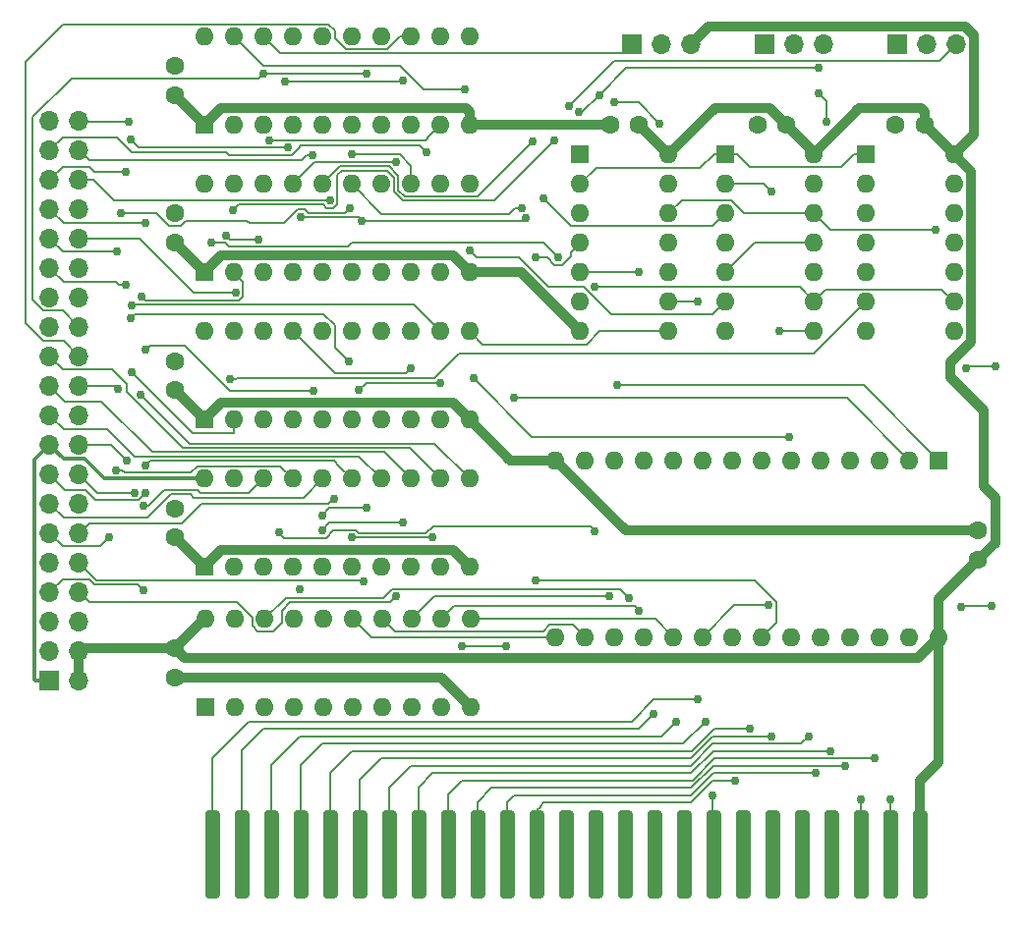
<source format=gbr>
G04 #@! TF.GenerationSoftware,KiCad,Pcbnew,(5.1.9-0-10_14)*
G04 #@! TF.CreationDate,2021-03-12T10:10:12-05:00*
G04 #@! TF.ProjectId,Apple2IORPi,4170706c-6532-4494-9f52-50692e6b6963,0.4*
G04 #@! TF.SameCoordinates,Original*
G04 #@! TF.FileFunction,Copper,L1,Top*
G04 #@! TF.FilePolarity,Positive*
%FSLAX46Y46*%
G04 Gerber Fmt 4.6, Leading zero omitted, Abs format (unit mm)*
G04 Created by KiCad (PCBNEW (5.1.9-0-10_14)) date 2021-03-12 10:10:12*
%MOMM*%
%LPD*%
G01*
G04 APERTURE LIST*
G04 #@! TA.AperFunction,ComponentPad*
%ADD10O,1.600000X1.600000*%
G04 #@! TD*
G04 #@! TA.AperFunction,ComponentPad*
%ADD11R,1.600000X1.600000*%
G04 #@! TD*
G04 #@! TA.AperFunction,ComponentPad*
%ADD12C,1.600000*%
G04 #@! TD*
G04 #@! TA.AperFunction,ComponentPad*
%ADD13R,1.700000X1.700000*%
G04 #@! TD*
G04 #@! TA.AperFunction,ComponentPad*
%ADD14O,1.700000X1.700000*%
G04 #@! TD*
G04 #@! TA.AperFunction,ViaPad*
%ADD15C,0.762000*%
G04 #@! TD*
G04 #@! TA.AperFunction,Conductor*
%ADD16C,0.177800*%
G04 #@! TD*
G04 #@! TA.AperFunction,Conductor*
%ADD17C,0.812800*%
G04 #@! TD*
G04 #@! TA.AperFunction,Conductor*
%ADD18C,0.355600*%
G04 #@! TD*
G04 APERTURE END LIST*
D10*
X176326800Y-55168800D03*
X168706800Y-70408800D03*
X176326800Y-57708800D03*
X168706800Y-67868800D03*
X176326800Y-60248800D03*
X168706800Y-65328800D03*
X176326800Y-62788800D03*
X168706800Y-62788800D03*
X176326800Y-65328800D03*
X168706800Y-60248800D03*
X176326800Y-67868800D03*
X168706800Y-57708800D03*
X176326800Y-70408800D03*
D11*
X168706800Y-55168800D03*
X180771800Y-55245000D03*
D10*
X188391800Y-70485000D03*
X180771800Y-57785000D03*
X188391800Y-67945000D03*
X180771800Y-60325000D03*
X188391800Y-65405000D03*
X180771800Y-62865000D03*
X188391800Y-62865000D03*
X180771800Y-65405000D03*
X188391800Y-60325000D03*
X180771800Y-67945000D03*
X188391800Y-57785000D03*
X180771800Y-70485000D03*
X188391800Y-55245000D03*
X163830000Y-55245000D03*
X156210000Y-70485000D03*
X163830000Y-57785000D03*
X156210000Y-67945000D03*
X163830000Y-60325000D03*
X156210000Y-65405000D03*
X163830000Y-62865000D03*
X156210000Y-62865000D03*
X163830000Y-65405000D03*
X156210000Y-60325000D03*
X163830000Y-67945000D03*
X156210000Y-57785000D03*
X163830000Y-70485000D03*
D11*
X156210000Y-55245000D03*
D12*
X121285000Y-85765000D03*
X121285000Y-88265000D03*
X121285000Y-100330000D03*
X121285000Y-97830000D03*
X121285000Y-75565000D03*
X121285000Y-73065000D03*
X158790000Y-52705000D03*
X161290000Y-52705000D03*
X173990000Y-52705000D03*
X171490000Y-52705000D03*
X185851800Y-52705000D03*
X183351800Y-52705000D03*
X190500000Y-90170000D03*
X190500000Y-87670000D03*
D11*
X123825000Y-65405000D03*
D10*
X146685000Y-57785000D03*
X126365000Y-65405000D03*
X144145000Y-57785000D03*
X128905000Y-65405000D03*
X141605000Y-57785000D03*
X131445000Y-65405000D03*
X139065000Y-57785000D03*
X133985000Y-65405000D03*
X136525000Y-57785000D03*
X136525000Y-65405000D03*
X133985000Y-57785000D03*
X139065000Y-65405000D03*
X131445000Y-57785000D03*
X141605000Y-65405000D03*
X128905000Y-57785000D03*
X144145000Y-65405000D03*
X126365000Y-57785000D03*
X146685000Y-65405000D03*
X123825000Y-57785000D03*
D12*
X121285000Y-60325000D03*
X121285000Y-62825000D03*
D11*
X123825000Y-78105000D03*
D10*
X146685000Y-70485000D03*
X126365000Y-78105000D03*
X144145000Y-70485000D03*
X128905000Y-78105000D03*
X141605000Y-70485000D03*
X131445000Y-78105000D03*
X139065000Y-70485000D03*
X133985000Y-78105000D03*
X136525000Y-70485000D03*
X136525000Y-78105000D03*
X133985000Y-70485000D03*
X139065000Y-78105000D03*
X131445000Y-70485000D03*
X141605000Y-78105000D03*
X128905000Y-70485000D03*
X144145000Y-78105000D03*
X126365000Y-70485000D03*
X146685000Y-78105000D03*
X123825000Y-70485000D03*
D13*
X110490000Y-100584000D03*
D14*
X113030000Y-100584000D03*
X110490000Y-98044000D03*
X113030000Y-98044000D03*
X110490000Y-95504000D03*
X113030000Y-95504000D03*
X110490000Y-92964000D03*
X113030000Y-92964000D03*
X110490000Y-90424000D03*
X113030000Y-90424000D03*
X110490000Y-87884000D03*
X113030000Y-87884000D03*
X110490000Y-85344000D03*
X113030000Y-85344000D03*
X110490000Y-82804000D03*
X113030000Y-82804000D03*
X110490000Y-80264000D03*
X113030000Y-80264000D03*
X110490000Y-77724000D03*
X113030000Y-77724000D03*
X110490000Y-75184000D03*
X113030000Y-75184000D03*
X110490000Y-72644000D03*
X113030000Y-72644000D03*
X110490000Y-70104000D03*
X113030000Y-70104000D03*
X110490000Y-67564000D03*
X113030000Y-67564000D03*
X110490000Y-65024000D03*
X113030000Y-65024000D03*
X110490000Y-62484000D03*
X113030000Y-62484000D03*
X110490000Y-59944000D03*
X113030000Y-59944000D03*
X110490000Y-57404000D03*
X113030000Y-57404000D03*
X110490000Y-54864000D03*
X113030000Y-54864000D03*
X110490000Y-52324000D03*
X113030000Y-52324000D03*
D10*
X123825000Y-45085000D03*
X146685000Y-52705000D03*
X126365000Y-45085000D03*
X144145000Y-52705000D03*
X128905000Y-45085000D03*
X141605000Y-52705000D03*
X131445000Y-45085000D03*
X139065000Y-52705000D03*
X133985000Y-45085000D03*
X136525000Y-52705000D03*
X136525000Y-45085000D03*
X133985000Y-52705000D03*
X139065000Y-45085000D03*
X131445000Y-52705000D03*
X141605000Y-45085000D03*
X128905000Y-52705000D03*
X144145000Y-45085000D03*
X126365000Y-52705000D03*
X146685000Y-45085000D03*
D11*
X123825000Y-52705000D03*
X187101925Y-81586962D03*
D10*
X154081925Y-96826962D03*
X184561925Y-81586962D03*
X156621925Y-96826962D03*
X182021925Y-81586962D03*
X159161925Y-96826962D03*
X179481925Y-81586962D03*
X161701925Y-96826962D03*
X176941925Y-81586962D03*
X164241925Y-96826962D03*
X174401925Y-81586962D03*
X166781925Y-96826962D03*
X171861925Y-81586962D03*
X169321925Y-96826962D03*
X169321925Y-81586962D03*
X171861925Y-96826962D03*
X166781925Y-81586962D03*
X174401925Y-96826962D03*
X164241925Y-81586962D03*
X176941925Y-96826962D03*
X161701925Y-81586962D03*
X179481925Y-96826962D03*
X159161925Y-81586962D03*
X182021925Y-96826962D03*
X156621925Y-81586962D03*
X184561925Y-96826962D03*
X154081925Y-81586962D03*
X187101925Y-96826962D03*
G04 #@! TA.AperFunction,ConnectorPad*
G36*
G01*
X184860001Y-119062500D02*
X184860001Y-112077500D01*
G75*
G02*
X185177501Y-111760000I317500J0D01*
G01*
X185812501Y-111760000D01*
G75*
G02*
X186130001Y-112077500I0J-317500D01*
G01*
X186130001Y-119062500D01*
G75*
G02*
X185812501Y-119380000I-317500J0D01*
G01*
X185177501Y-119380000D01*
G75*
G02*
X184860001Y-119062500I0J317500D01*
G01*
G37*
G04 #@! TD.AperFunction*
G04 #@! TA.AperFunction,ConnectorPad*
G36*
G01*
X182320001Y-119062500D02*
X182320001Y-112077500D01*
G75*
G02*
X182637501Y-111760000I317500J0D01*
G01*
X183272501Y-111760000D01*
G75*
G02*
X183590001Y-112077500I0J-317500D01*
G01*
X183590001Y-119062500D01*
G75*
G02*
X183272501Y-119380000I-317500J0D01*
G01*
X182637501Y-119380000D01*
G75*
G02*
X182320001Y-119062500I0J317500D01*
G01*
G37*
G04 #@! TD.AperFunction*
G04 #@! TA.AperFunction,ConnectorPad*
G36*
G01*
X179780001Y-119062500D02*
X179780001Y-112077500D01*
G75*
G02*
X180097501Y-111760000I317500J0D01*
G01*
X180732501Y-111760000D01*
G75*
G02*
X181050001Y-112077500I0J-317500D01*
G01*
X181050001Y-119062500D01*
G75*
G02*
X180732501Y-119380000I-317500J0D01*
G01*
X180097501Y-119380000D01*
G75*
G02*
X179780001Y-119062500I0J317500D01*
G01*
G37*
G04 #@! TD.AperFunction*
G04 #@! TA.AperFunction,ConnectorPad*
G36*
G01*
X177240001Y-119062500D02*
X177240001Y-112077500D01*
G75*
G02*
X177557501Y-111760000I317500J0D01*
G01*
X178192501Y-111760000D01*
G75*
G02*
X178510001Y-112077500I0J-317500D01*
G01*
X178510001Y-119062500D01*
G75*
G02*
X178192501Y-119380000I-317500J0D01*
G01*
X177557501Y-119380000D01*
G75*
G02*
X177240001Y-119062500I0J317500D01*
G01*
G37*
G04 #@! TD.AperFunction*
G04 #@! TA.AperFunction,ConnectorPad*
G36*
G01*
X174700001Y-119062500D02*
X174700001Y-112077500D01*
G75*
G02*
X175017501Y-111760000I317500J0D01*
G01*
X175652501Y-111760000D01*
G75*
G02*
X175970001Y-112077500I0J-317500D01*
G01*
X175970001Y-119062500D01*
G75*
G02*
X175652501Y-119380000I-317500J0D01*
G01*
X175017501Y-119380000D01*
G75*
G02*
X174700001Y-119062500I0J317500D01*
G01*
G37*
G04 #@! TD.AperFunction*
G04 #@! TA.AperFunction,ConnectorPad*
G36*
G01*
X172160001Y-119062500D02*
X172160001Y-112077500D01*
G75*
G02*
X172477501Y-111760000I317500J0D01*
G01*
X173112501Y-111760000D01*
G75*
G02*
X173430001Y-112077500I0J-317500D01*
G01*
X173430001Y-119062500D01*
G75*
G02*
X173112501Y-119380000I-317500J0D01*
G01*
X172477501Y-119380000D01*
G75*
G02*
X172160001Y-119062500I0J317500D01*
G01*
G37*
G04 #@! TD.AperFunction*
G04 #@! TA.AperFunction,ConnectorPad*
G36*
G01*
X169620001Y-119062500D02*
X169620001Y-112077500D01*
G75*
G02*
X169937501Y-111760000I317500J0D01*
G01*
X170572501Y-111760000D01*
G75*
G02*
X170890001Y-112077500I0J-317500D01*
G01*
X170890001Y-119062500D01*
G75*
G02*
X170572501Y-119380000I-317500J0D01*
G01*
X169937501Y-119380000D01*
G75*
G02*
X169620001Y-119062500I0J317500D01*
G01*
G37*
G04 #@! TD.AperFunction*
G04 #@! TA.AperFunction,ConnectorPad*
G36*
G01*
X167080001Y-119062500D02*
X167080001Y-112077500D01*
G75*
G02*
X167397501Y-111760000I317500J0D01*
G01*
X168032501Y-111760000D01*
G75*
G02*
X168350001Y-112077500I0J-317500D01*
G01*
X168350001Y-119062500D01*
G75*
G02*
X168032501Y-119380000I-317500J0D01*
G01*
X167397501Y-119380000D01*
G75*
G02*
X167080001Y-119062500I0J317500D01*
G01*
G37*
G04 #@! TD.AperFunction*
G04 #@! TA.AperFunction,ConnectorPad*
G36*
G01*
X164540001Y-119062500D02*
X164540001Y-112077500D01*
G75*
G02*
X164857501Y-111760000I317500J0D01*
G01*
X165492501Y-111760000D01*
G75*
G02*
X165810001Y-112077500I0J-317500D01*
G01*
X165810001Y-119062500D01*
G75*
G02*
X165492501Y-119380000I-317500J0D01*
G01*
X164857501Y-119380000D01*
G75*
G02*
X164540001Y-119062500I0J317500D01*
G01*
G37*
G04 #@! TD.AperFunction*
G04 #@! TA.AperFunction,ConnectorPad*
G36*
G01*
X162000001Y-119062500D02*
X162000001Y-112077500D01*
G75*
G02*
X162317501Y-111760000I317500J0D01*
G01*
X162952501Y-111760000D01*
G75*
G02*
X163270001Y-112077500I0J-317500D01*
G01*
X163270001Y-119062500D01*
G75*
G02*
X162952501Y-119380000I-317500J0D01*
G01*
X162317501Y-119380000D01*
G75*
G02*
X162000001Y-119062500I0J317500D01*
G01*
G37*
G04 #@! TD.AperFunction*
G04 #@! TA.AperFunction,ConnectorPad*
G36*
G01*
X159460001Y-119062500D02*
X159460001Y-112077500D01*
G75*
G02*
X159777501Y-111760000I317500J0D01*
G01*
X160412501Y-111760000D01*
G75*
G02*
X160730001Y-112077500I0J-317500D01*
G01*
X160730001Y-119062500D01*
G75*
G02*
X160412501Y-119380000I-317500J0D01*
G01*
X159777501Y-119380000D01*
G75*
G02*
X159460001Y-119062500I0J317500D01*
G01*
G37*
G04 #@! TD.AperFunction*
G04 #@! TA.AperFunction,ConnectorPad*
G36*
G01*
X156920001Y-119062500D02*
X156920001Y-112077500D01*
G75*
G02*
X157237501Y-111760000I317500J0D01*
G01*
X157872501Y-111760000D01*
G75*
G02*
X158190001Y-112077500I0J-317500D01*
G01*
X158190001Y-119062500D01*
G75*
G02*
X157872501Y-119380000I-317500J0D01*
G01*
X157237501Y-119380000D01*
G75*
G02*
X156920001Y-119062500I0J317500D01*
G01*
G37*
G04 #@! TD.AperFunction*
G04 #@! TA.AperFunction,ConnectorPad*
G36*
G01*
X154380001Y-119062500D02*
X154380001Y-112077500D01*
G75*
G02*
X154697501Y-111760000I317500J0D01*
G01*
X155332501Y-111760000D01*
G75*
G02*
X155650001Y-112077500I0J-317500D01*
G01*
X155650001Y-119062500D01*
G75*
G02*
X155332501Y-119380000I-317500J0D01*
G01*
X154697501Y-119380000D01*
G75*
G02*
X154380001Y-119062500I0J317500D01*
G01*
G37*
G04 #@! TD.AperFunction*
G04 #@! TA.AperFunction,ConnectorPad*
G36*
G01*
X151840001Y-119062500D02*
X151840001Y-112077500D01*
G75*
G02*
X152157501Y-111760000I317500J0D01*
G01*
X152792501Y-111760000D01*
G75*
G02*
X153110001Y-112077500I0J-317500D01*
G01*
X153110001Y-119062500D01*
G75*
G02*
X152792501Y-119380000I-317500J0D01*
G01*
X152157501Y-119380000D01*
G75*
G02*
X151840001Y-119062500I0J317500D01*
G01*
G37*
G04 #@! TD.AperFunction*
G04 #@! TA.AperFunction,ConnectorPad*
G36*
G01*
X149300001Y-119062500D02*
X149300001Y-112077500D01*
G75*
G02*
X149617501Y-111760000I317500J0D01*
G01*
X150252501Y-111760000D01*
G75*
G02*
X150570001Y-112077500I0J-317500D01*
G01*
X150570001Y-119062500D01*
G75*
G02*
X150252501Y-119380000I-317500J0D01*
G01*
X149617501Y-119380000D01*
G75*
G02*
X149300001Y-119062500I0J317500D01*
G01*
G37*
G04 #@! TD.AperFunction*
G04 #@! TA.AperFunction,ConnectorPad*
G36*
G01*
X146760001Y-119062500D02*
X146760001Y-112077500D01*
G75*
G02*
X147077501Y-111760000I317500J0D01*
G01*
X147712501Y-111760000D01*
G75*
G02*
X148030001Y-112077500I0J-317500D01*
G01*
X148030001Y-119062500D01*
G75*
G02*
X147712501Y-119380000I-317500J0D01*
G01*
X147077501Y-119380000D01*
G75*
G02*
X146760001Y-119062500I0J317500D01*
G01*
G37*
G04 #@! TD.AperFunction*
G04 #@! TA.AperFunction,ConnectorPad*
G36*
G01*
X144220001Y-119062500D02*
X144220001Y-112077500D01*
G75*
G02*
X144537501Y-111760000I317500J0D01*
G01*
X145172501Y-111760000D01*
G75*
G02*
X145490001Y-112077500I0J-317500D01*
G01*
X145490001Y-119062500D01*
G75*
G02*
X145172501Y-119380000I-317500J0D01*
G01*
X144537501Y-119380000D01*
G75*
G02*
X144220001Y-119062500I0J317500D01*
G01*
G37*
G04 #@! TD.AperFunction*
G04 #@! TA.AperFunction,ConnectorPad*
G36*
G01*
X141680001Y-119062500D02*
X141680001Y-112077500D01*
G75*
G02*
X141997501Y-111760000I317500J0D01*
G01*
X142632501Y-111760000D01*
G75*
G02*
X142950001Y-112077500I0J-317500D01*
G01*
X142950001Y-119062500D01*
G75*
G02*
X142632501Y-119380000I-317500J0D01*
G01*
X141997501Y-119380000D01*
G75*
G02*
X141680001Y-119062500I0J317500D01*
G01*
G37*
G04 #@! TD.AperFunction*
G04 #@! TA.AperFunction,ConnectorPad*
G36*
G01*
X139140001Y-119062500D02*
X139140001Y-112077500D01*
G75*
G02*
X139457501Y-111760000I317500J0D01*
G01*
X140092501Y-111760000D01*
G75*
G02*
X140410001Y-112077500I0J-317500D01*
G01*
X140410001Y-119062500D01*
G75*
G02*
X140092501Y-119380000I-317500J0D01*
G01*
X139457501Y-119380000D01*
G75*
G02*
X139140001Y-119062500I0J317500D01*
G01*
G37*
G04 #@! TD.AperFunction*
G04 #@! TA.AperFunction,ConnectorPad*
G36*
G01*
X136600001Y-119062500D02*
X136600001Y-112077500D01*
G75*
G02*
X136917501Y-111760000I317500J0D01*
G01*
X137552501Y-111760000D01*
G75*
G02*
X137870001Y-112077500I0J-317500D01*
G01*
X137870001Y-119062500D01*
G75*
G02*
X137552501Y-119380000I-317500J0D01*
G01*
X136917501Y-119380000D01*
G75*
G02*
X136600001Y-119062500I0J317500D01*
G01*
G37*
G04 #@! TD.AperFunction*
G04 #@! TA.AperFunction,ConnectorPad*
G36*
G01*
X134060001Y-119062500D02*
X134060001Y-112077500D01*
G75*
G02*
X134377501Y-111760000I317500J0D01*
G01*
X135012501Y-111760000D01*
G75*
G02*
X135330001Y-112077500I0J-317500D01*
G01*
X135330001Y-119062500D01*
G75*
G02*
X135012501Y-119380000I-317500J0D01*
G01*
X134377501Y-119380000D01*
G75*
G02*
X134060001Y-119062500I0J317500D01*
G01*
G37*
G04 #@! TD.AperFunction*
G04 #@! TA.AperFunction,ConnectorPad*
G36*
G01*
X131520001Y-119062500D02*
X131520001Y-112077500D01*
G75*
G02*
X131837501Y-111760000I317500J0D01*
G01*
X132472501Y-111760000D01*
G75*
G02*
X132790001Y-112077500I0J-317500D01*
G01*
X132790001Y-119062500D01*
G75*
G02*
X132472501Y-119380000I-317500J0D01*
G01*
X131837501Y-119380000D01*
G75*
G02*
X131520001Y-119062500I0J317500D01*
G01*
G37*
G04 #@! TD.AperFunction*
G04 #@! TA.AperFunction,ConnectorPad*
G36*
G01*
X128980001Y-119062500D02*
X128980001Y-112077500D01*
G75*
G02*
X129297501Y-111760000I317500J0D01*
G01*
X129932501Y-111760000D01*
G75*
G02*
X130250001Y-112077500I0J-317500D01*
G01*
X130250001Y-119062500D01*
G75*
G02*
X129932501Y-119380000I-317500J0D01*
G01*
X129297501Y-119380000D01*
G75*
G02*
X128980001Y-119062500I0J317500D01*
G01*
G37*
G04 #@! TD.AperFunction*
G04 #@! TA.AperFunction,ConnectorPad*
G36*
G01*
X126440001Y-119062500D02*
X126440001Y-112077500D01*
G75*
G02*
X126757501Y-111760000I317500J0D01*
G01*
X127392501Y-111760000D01*
G75*
G02*
X127710001Y-112077500I0J-317500D01*
G01*
X127710001Y-119062500D01*
G75*
G02*
X127392501Y-119380000I-317500J0D01*
G01*
X126757501Y-119380000D01*
G75*
G02*
X126440001Y-119062500I0J317500D01*
G01*
G37*
G04 #@! TD.AperFunction*
G04 #@! TA.AperFunction,ConnectorPad*
G36*
G01*
X123900001Y-119062500D02*
X123900001Y-112077500D01*
G75*
G02*
X124217501Y-111760000I317500J0D01*
G01*
X124852501Y-111760000D01*
G75*
G02*
X125170001Y-112077500I0J-317500D01*
G01*
X125170001Y-119062500D01*
G75*
G02*
X124852501Y-119380000I-317500J0D01*
G01*
X124217501Y-119380000D01*
G75*
G02*
X123900001Y-119062500I0J317500D01*
G01*
G37*
G04 #@! TD.AperFunction*
D11*
X123952000Y-102870000D03*
D10*
X146812000Y-95250000D03*
X126492000Y-102870000D03*
X144272000Y-95250000D03*
X129032000Y-102870000D03*
X141732000Y-95250000D03*
X131572000Y-102870000D03*
X139192000Y-95250000D03*
X134112000Y-102870000D03*
X136652000Y-95250000D03*
X136652000Y-102870000D03*
X134112000Y-95250000D03*
X139192000Y-102870000D03*
X131572000Y-95250000D03*
X141732000Y-102870000D03*
X129032000Y-95250000D03*
X144272000Y-102870000D03*
X126492000Y-95250000D03*
X146812000Y-102870000D03*
X123952000Y-95250000D03*
X123825000Y-83185000D03*
X146685000Y-90805000D03*
X126365000Y-83185000D03*
X144145000Y-90805000D03*
X128905000Y-83185000D03*
X141605000Y-90805000D03*
X131445000Y-83185000D03*
X139065000Y-90805000D03*
X133985000Y-83185000D03*
X136525000Y-90805000D03*
X136525000Y-83185000D03*
X133985000Y-90805000D03*
X139065000Y-83185000D03*
X131445000Y-90805000D03*
X141605000Y-83185000D03*
X128905000Y-90805000D03*
X144145000Y-83185000D03*
X126365000Y-90805000D03*
X146685000Y-83185000D03*
D11*
X123825000Y-90805000D03*
D12*
X121285000Y-50125000D03*
X121285000Y-47625000D03*
D13*
X160655000Y-45720000D03*
D14*
X163195000Y-45720000D03*
X165735000Y-45720000D03*
X177165000Y-45720000D03*
X174625000Y-45720000D03*
D13*
X172085000Y-45720000D03*
X183515000Y-45720000D03*
D14*
X186055000Y-45720000D03*
X188595000Y-45720000D03*
D15*
X140970000Y-86995000D03*
X133985000Y-87630000D03*
X136525000Y-55245000D03*
X143510000Y-88265000D03*
X136525000Y-88265000D03*
X181610000Y-107315000D03*
X158750000Y-93345000D03*
X177800000Y-106654599D03*
X161290000Y-94602300D03*
X141605000Y-73660000D03*
X140335000Y-55892700D03*
X175895000Y-105410000D03*
X129438400Y-53988593D03*
X172720000Y-105397300D03*
X166370000Y-102235000D03*
X172466000Y-94107000D03*
X170815000Y-104749600D03*
X169557700Y-109220000D03*
X167005000Y-104140000D03*
X164465000Y-104140000D03*
X162560000Y-103505000D03*
X161290000Y-65405000D03*
X176530000Y-108585000D03*
X160401000Y-93497400D03*
X125649727Y-62204599D03*
X128524000Y-62547500D03*
X179070000Y-107950000D03*
X157454600Y-87680800D03*
X130276600Y-87833200D03*
X137795000Y-85725000D03*
X133985000Y-86360000D03*
X132156200Y-60629800D03*
X151485600Y-60706000D03*
X137414000Y-60947300D03*
X167640000Y-110490000D03*
X180415001Y-110871000D03*
X182955001Y-110871000D03*
X118592600Y-85547200D03*
X118618000Y-92837000D03*
X140335000Y-93345000D03*
X144145000Y-74930000D03*
X137160000Y-75565000D03*
X137509508Y-92004891D03*
X116205000Y-82448400D03*
X115581801Y-88265000D03*
X134975600Y-84886800D03*
X118719600Y-84429600D03*
X118783199Y-82016600D03*
X117779800Y-84378800D03*
X118427500Y-67487800D03*
X117132100Y-81584800D03*
X136372600Y-59867800D03*
X116611400Y-60299600D03*
X131025999Y-54636293D03*
X117475000Y-53975000D03*
X116408200Y-75412600D03*
X130810000Y-48920400D03*
X140970000Y-48895000D03*
X137795000Y-48272700D03*
X128905000Y-48272700D03*
X118351300Y-75980431D03*
X117017800Y-66497200D03*
X117602000Y-74015600D03*
X116281200Y-63600701D03*
X126517400Y-67157600D03*
X133248400Y-75603199D03*
X118783199Y-72059800D03*
X118783199Y-61163200D03*
X117500400Y-69316600D03*
X117043200Y-56718200D03*
X136271000Y-73088500D03*
X134645400Y-59207400D03*
X142925800Y-55067200D03*
X133159401Y-55269910D03*
X117602000Y-68224400D03*
X117271800Y-52451000D03*
X157480000Y-66675000D03*
X146050000Y-97601573D03*
X149860000Y-97601573D03*
X152400000Y-64135000D03*
X152400000Y-91948000D03*
X126034006Y-74625994D03*
X166370000Y-67945000D03*
X154330401Y-64135000D03*
X124460000Y-62865000D03*
X150495000Y-76200000D03*
X151136567Y-59833416D03*
X174218600Y-79552800D03*
X147015200Y-74549000D03*
X132080000Y-92710000D03*
X146685000Y-63500000D03*
X153035000Y-59055000D03*
X146227800Y-49631600D03*
X172720000Y-58420000D03*
X173355000Y-70485000D03*
X159359600Y-75133200D03*
X163068000Y-52552600D03*
X159131000Y-50736500D03*
X157835600Y-50088800D03*
X176707800Y-47777400D03*
X156108400Y-51562000D03*
X152095200Y-54102000D03*
X177393600Y-52451000D03*
X176707800Y-49936400D03*
X186798209Y-61703209D03*
X191998600Y-73533000D03*
X189458600Y-73660000D03*
X191668400Y-94132400D03*
X189001400Y-94208600D03*
X126288800Y-60045600D03*
X153974800Y-54051200D03*
X155219400Y-51028600D03*
D16*
X138228962Y-96826962D02*
X136652000Y-95250000D01*
X154081925Y-96826962D02*
X138228962Y-96826962D01*
X134620000Y-86995000D02*
X133985000Y-87630000D01*
X140970000Y-86995000D02*
X134620000Y-86995000D01*
X155555224Y-95760261D02*
X156621925Y-96826962D01*
X153569908Y-95760261D02*
X155555224Y-95760261D01*
X153013468Y-96316701D02*
X153569908Y-95760261D01*
X140258701Y-96316701D02*
X153013468Y-96316701D01*
X139192000Y-95250000D02*
X140258701Y-96316701D01*
X143510000Y-88265000D02*
X136525000Y-88265000D01*
X140645898Y-55245000D02*
X136525000Y-55245000D01*
X141605000Y-56204102D02*
X140645898Y-55245000D01*
X141605000Y-57785000D02*
X141605000Y-56204102D01*
X167784793Y-107302299D02*
X181597299Y-107302299D01*
X181597299Y-107302299D02*
X181610000Y-107315000D01*
X165867092Y-109220000D02*
X167784793Y-107302299D01*
X146050000Y-109220000D02*
X165867092Y-109220000D01*
X144855001Y-110414999D02*
X146050000Y-109220000D01*
X144855001Y-115570000D02*
X144855001Y-110414999D01*
X141732000Y-95250000D02*
X143637000Y-93345000D01*
X143637000Y-93345000D02*
X158750000Y-93345000D01*
X142315001Y-115570000D02*
X142315001Y-109779999D01*
X142315001Y-109779999D02*
X143510000Y-108585000D01*
X143510000Y-108585000D02*
X153035000Y-108585000D01*
X177800000Y-106654599D02*
X167665401Y-106654599D01*
X167665401Y-106654599D02*
X165735000Y-108585000D01*
X165735000Y-108585000D02*
X152400000Y-108585000D01*
X160870999Y-94183299D02*
X161290000Y-94602300D01*
X144272000Y-95250000D02*
X145338701Y-94183299D01*
X145338701Y-94183299D02*
X160870999Y-94183299D01*
X133337300Y-55892700D02*
X131445000Y-57785000D01*
X140335000Y-55892700D02*
X133337300Y-55892700D01*
X141147800Y-74117200D02*
X141605000Y-73660000D01*
X135077200Y-74117200D02*
X141147800Y-74117200D01*
X131445000Y-70485000D02*
X135077200Y-74117200D01*
X139775001Y-115570000D02*
X139775001Y-109779999D01*
X139775001Y-109779999D02*
X141605000Y-107950000D01*
X141605000Y-107950000D02*
X165735000Y-107950000D01*
X165735000Y-107950000D02*
X167640000Y-106045000D01*
X167640000Y-106045000D02*
X175260000Y-106045000D01*
X175260000Y-106045000D02*
X175895000Y-105410000D01*
X162664963Y-95250000D02*
X164241925Y-96826962D01*
X146812000Y-95250000D02*
X162664963Y-95250000D01*
X142861407Y-53988593D02*
X143306800Y-53543200D01*
X129438400Y-53988593D02*
X142861407Y-53988593D01*
X144145000Y-52705000D02*
X143306800Y-53543200D01*
X143306800Y-53543200D02*
X143078299Y-53771701D01*
X167640000Y-105397300D02*
X172720000Y-105397300D01*
X167640000Y-105410000D02*
X167640000Y-105397300D01*
X165735000Y-107315000D02*
X167640000Y-105410000D01*
X139065000Y-107315000D02*
X165735000Y-107315000D01*
X137235001Y-109144999D02*
X139065000Y-107315000D01*
X137235001Y-115570000D02*
X137235001Y-109144999D01*
X124535001Y-115570000D02*
X124535001Y-107239999D01*
X124535001Y-107239999D02*
X127635000Y-104140000D01*
X160655000Y-104140000D02*
X162560000Y-102235000D01*
X127635000Y-104140000D02*
X160655000Y-104140000D01*
X162560000Y-102235000D02*
X166370000Y-102235000D01*
X169501887Y-94107000D02*
X172466000Y-94107000D01*
X166781925Y-96826962D02*
X169501887Y-94107000D01*
X134695001Y-115570000D02*
X134695001Y-108509999D01*
X134695001Y-108509999D02*
X136525000Y-106680000D01*
X136525000Y-106680000D02*
X165854392Y-106680000D01*
X165854392Y-106680000D02*
X167759392Y-104775000D01*
X167759392Y-104775000D02*
X170789600Y-104775000D01*
X170789600Y-104775000D02*
X170815000Y-104749600D01*
X152475001Y-115570000D02*
X152475001Y-111760000D01*
X152475001Y-111760000D02*
X152754391Y-111480610D01*
X152754391Y-111480610D02*
X152754391Y-111405609D01*
X152754391Y-111405609D02*
X153035000Y-111125000D01*
X153035000Y-111125000D02*
X165735000Y-111125000D01*
X165735000Y-111125000D02*
X167640000Y-109220000D01*
X167640000Y-109220000D02*
X169557700Y-109220000D01*
X133985000Y-106045000D02*
X165100000Y-106045000D01*
X132155001Y-115570000D02*
X132155001Y-107874999D01*
X132155001Y-107874999D02*
X133985000Y-106045000D01*
X165100000Y-106045000D02*
X167005000Y-104140000D01*
X129615001Y-115570000D02*
X129615001Y-107874999D01*
X129615001Y-107874999D02*
X132080000Y-105410000D01*
X132080000Y-105410000D02*
X163195000Y-105410000D01*
X163195000Y-105410000D02*
X164465000Y-104140000D01*
X127075001Y-115570000D02*
X127075001Y-106604999D01*
X127075001Y-106604999D02*
X128905000Y-104775000D01*
X161290000Y-104775000D02*
X128905000Y-104775000D01*
X162560000Y-103505000D02*
X161290000Y-104775000D01*
X161290000Y-65405000D02*
X156210000Y-65405000D01*
X149935001Y-115570000D02*
X149935001Y-111049999D01*
X149935001Y-111049999D02*
X150495000Y-110490000D01*
X150495000Y-110490000D02*
X165735000Y-110490000D01*
X176517299Y-108572299D02*
X176530000Y-108585000D01*
X165735000Y-110490000D02*
X167652701Y-108572299D01*
X167652701Y-108572299D02*
X176517299Y-108572299D01*
X128485902Y-62585598D02*
X128524000Y-62547500D01*
X125649727Y-62204599D02*
X126030726Y-62585598D01*
X126030726Y-62585598D02*
X128485902Y-62585598D01*
X159600899Y-92697299D02*
X160401000Y-93497400D01*
X140024103Y-92697299D02*
X159600899Y-92697299D01*
X139263013Y-93458389D02*
X140024103Y-92697299D01*
X130823611Y-93458389D02*
X139263013Y-93458389D01*
X129032000Y-95250000D02*
X130823611Y-93458389D01*
X147395001Y-115570000D02*
X147395001Y-111049999D01*
X147395001Y-111049999D02*
X148590000Y-109855000D01*
X148590000Y-109855000D02*
X165735000Y-109855000D01*
X165735000Y-109855000D02*
X167652701Y-107937299D01*
X179057299Y-107937299D02*
X179070000Y-107950000D01*
X167652701Y-107937299D02*
X179057299Y-107937299D01*
X134295897Y-88277701D02*
X130721101Y-88277701D01*
X130721101Y-88277701D02*
X130276600Y-87833200D01*
X134956299Y-87617299D02*
X134295897Y-88277701D01*
X157073601Y-87299801D02*
X143516601Y-87299801D01*
X157454600Y-87680800D02*
X157073601Y-87299801D01*
X143516601Y-87299801D02*
X142907012Y-87909390D01*
X142907012Y-87909390D02*
X137127988Y-87909390D01*
X137127988Y-87909390D02*
X136835897Y-87617299D01*
X136835897Y-87617299D02*
X134956299Y-87617299D01*
X137795000Y-85725000D02*
X134620000Y-85725000D01*
X134620000Y-85725000D02*
X133985000Y-86360000D01*
X137096500Y-60629800D02*
X137414000Y-60947300D01*
X132156200Y-60629800D02*
X137096500Y-60629800D01*
X151244300Y-60947300D02*
X151485600Y-60706000D01*
X137414000Y-60947300D02*
X151244300Y-60947300D01*
X167640000Y-115494999D02*
X167715001Y-115570000D01*
X167640000Y-110490000D02*
X167640000Y-115494999D01*
X180415001Y-110871000D02*
X180415001Y-115570000D01*
X182955001Y-115570000D02*
X182955001Y-110871000D01*
X123212381Y-84151099D02*
X123516282Y-84455000D01*
X127635000Y-84455000D02*
X128905000Y-83185000D01*
X123516282Y-84455000D02*
X127635000Y-84455000D01*
X123212381Y-84151099D02*
X120369701Y-84151099D01*
X120369701Y-84151099D02*
X118973600Y-85547200D01*
X118973600Y-85547200D02*
X118592600Y-85547200D01*
X111606701Y-91847299D02*
X110490000Y-92964000D01*
X113919899Y-91847299D02*
X111606701Y-91847299D01*
X114376111Y-92303511D02*
X113919899Y-91847299D01*
X118084511Y-92303511D02*
X114376111Y-92303511D01*
X118618000Y-92837000D02*
X118084511Y-92303511D01*
X144145000Y-74930000D02*
X137795000Y-74930000D01*
X137795000Y-74930000D02*
X137160000Y-75565000D01*
X113879999Y-93813999D02*
X113030000Y-92964000D01*
X127965299Y-95144581D02*
X126634717Y-93813999D01*
X128422301Y-96316701D02*
X127965299Y-95859699D01*
X140335000Y-93345000D02*
X139866001Y-93813999D01*
X127965299Y-95859699D02*
X127965299Y-95144581D01*
X139866001Y-93813999D02*
X131230100Y-93813999D01*
X126634717Y-93813999D02*
X113879999Y-93813999D01*
X131230100Y-93813999D02*
X130505299Y-94538800D01*
X130505299Y-94538800D02*
X130505299Y-95580101D01*
X130505299Y-95580101D02*
X129768699Y-96316701D01*
X129768699Y-96316701D02*
X128422301Y-96316701D01*
X113030000Y-90424000D02*
X114553901Y-91947901D01*
X137452518Y-91947901D02*
X137509508Y-92004891D01*
X135915400Y-91947901D02*
X137452518Y-91947901D01*
X135915400Y-91947901D02*
X136372501Y-91947901D01*
X114553901Y-91947901D02*
X135915400Y-91947901D01*
X131445000Y-83185000D02*
X130378299Y-82118299D01*
X111606701Y-89000701D02*
X110490000Y-87884000D01*
X114846100Y-89000701D02*
X111606701Y-89000701D01*
X115581801Y-88265000D02*
X114846100Y-89000701D01*
X116743815Y-82448400D02*
X116972415Y-82677000D01*
X116205000Y-82448400D02*
X116743815Y-82448400D01*
X122682099Y-82677000D02*
X123240800Y-82118299D01*
X116972415Y-82677000D02*
X122682099Y-82677000D01*
X130378299Y-82118299D02*
X123240800Y-82118299D01*
X134493009Y-85369391D02*
X134975600Y-84886800D01*
X123586301Y-85369391D02*
X134493009Y-85369391D01*
X121921691Y-87034001D02*
X123586301Y-85369391D01*
X113030000Y-87884000D02*
X113879999Y-87034001D01*
X113879999Y-87034001D02*
X121921691Y-87034001D01*
X120964573Y-84506709D02*
X122606709Y-84506709D01*
X118934381Y-86536901D02*
X120964573Y-84506709D01*
X110490000Y-85344000D02*
X111682901Y-86536901D01*
X111682901Y-86536901D02*
X118934381Y-86536901D01*
X132359391Y-84810609D02*
X133985000Y-83185000D01*
X122910609Y-84810609D02*
X132359391Y-84810609D01*
X122606709Y-84506709D02*
X122910609Y-84810609D01*
X135458200Y-82118200D02*
X135051800Y-81711800D01*
X111837099Y-84151099D02*
X113589699Y-84151099D01*
X110490000Y-82804000D02*
X111837099Y-84151099D01*
X118122699Y-85026501D02*
X118719600Y-84429600D01*
X113589699Y-84151099D02*
X114465101Y-85026501D01*
X114465101Y-85026501D02*
X118122699Y-85026501D01*
X134975601Y-81635601D02*
X135458200Y-82118200D01*
X119164198Y-81635601D02*
X134975601Y-81635601D01*
X118783199Y-82016600D02*
X119164198Y-81635601D01*
X136525000Y-83185000D02*
X135458200Y-82118200D01*
X113030000Y-82804000D02*
X114604800Y-84378800D01*
X114604800Y-84378800D02*
X117779800Y-84378800D01*
X118745001Y-67805301D02*
X118427500Y-67487800D01*
X126828297Y-67805301D02*
X118745001Y-67805301D01*
X127165101Y-67468497D02*
X126828297Y-67805301D01*
X126365000Y-65405000D02*
X127165101Y-66205101D01*
X127165101Y-66205101D02*
X127165101Y-67468497D01*
X113030000Y-80264000D02*
X115811300Y-80264000D01*
X115811300Y-80264000D02*
X117132100Y-81584800D01*
X119680882Y-60299600D02*
X116611400Y-60299600D01*
X120772983Y-61391701D02*
X119680882Y-60299600D01*
X121797017Y-61391701D02*
X120772983Y-61391701D01*
X122241419Y-60947299D02*
X121797017Y-61391701D01*
X135966210Y-60274190D02*
X132759188Y-60274190D01*
X127469899Y-60947299D02*
X122241419Y-60947299D01*
X130664202Y-61163200D02*
X127685800Y-61163200D01*
X131845303Y-59982099D02*
X130664202Y-61163200D01*
X132759188Y-60274190D02*
X132467097Y-59982099D01*
X132467097Y-59982099D02*
X131845303Y-59982099D01*
X127685800Y-61163200D02*
X127469899Y-60947299D01*
X136372600Y-59867800D02*
X135966210Y-60274190D01*
X111682901Y-78916901D02*
X110490000Y-77724000D01*
X115416710Y-78916901D02*
X111682901Y-78916901D01*
X117779801Y-81279992D02*
X115416710Y-78916901D01*
X137159992Y-81279992D02*
X117779801Y-81279992D01*
X139065000Y-83185000D02*
X137159992Y-81279992D01*
X111837099Y-76531099D02*
X110490000Y-75184000D01*
X114930807Y-76531099D02*
X111837099Y-76531099D01*
X119298708Y-80899000D02*
X114930807Y-76531099D01*
X139319000Y-80899000D02*
X119298708Y-80899000D01*
X141605000Y-83185000D02*
X139319000Y-80899000D01*
X131025999Y-54636293D02*
X118136293Y-54636293D01*
X118136293Y-54636293D02*
X117475000Y-53975000D01*
X113284000Y-74930000D02*
X113030000Y-75184000D01*
X113030000Y-75184000D02*
X116179600Y-75184000D01*
X116179600Y-75184000D02*
X116408200Y-75412600D01*
X140944600Y-48920400D02*
X140970000Y-48895000D01*
X130810000Y-48920400D02*
X140944600Y-48920400D01*
X111606701Y-73760701D02*
X110490000Y-72644000D01*
X114224699Y-73760701D02*
X111606701Y-73760701D01*
X111633000Y-73787000D02*
X110490000Y-72644000D01*
X115900200Y-73787000D02*
X111633000Y-73787000D01*
X117144800Y-75031600D02*
X115900200Y-73787000D01*
X117144800Y-75732529D02*
X117144800Y-75031600D01*
X121955662Y-80543391D02*
X117144800Y-75732529D01*
X141503391Y-80543391D02*
X121955662Y-80543391D01*
X144145000Y-83185000D02*
X141503391Y-80543391D01*
X139577017Y-46151701D02*
X140643718Y-45085000D01*
X140643718Y-45085000D02*
X141605000Y-45085000D01*
X129971701Y-44018299D02*
X134497017Y-44018299D01*
X134497017Y-44018299D02*
X135051701Y-44572983D01*
X135051701Y-44572983D02*
X135051701Y-45190419D01*
X135051701Y-45190419D02*
X136012983Y-46151701D01*
X136012983Y-46151701D02*
X139577017Y-46151701D01*
X108407200Y-69786694D02*
X108407200Y-47269400D01*
X109917407Y-71296901D02*
X108407200Y-69786694D01*
X111682901Y-71296901D02*
X109917407Y-71296901D01*
X108407200Y-47269400D02*
X111658301Y-44018299D01*
X113030000Y-72644000D02*
X111682901Y-71296901D01*
X129971701Y-44018299D02*
X130378299Y-44018299D01*
X111658301Y-44018299D02*
X129971701Y-44018299D01*
X137795000Y-48272700D02*
X128905000Y-48272700D01*
X109953983Y-68680701D02*
X109042200Y-67768918D01*
X113030000Y-70104000D02*
X111606701Y-68680701D01*
X111606701Y-68680701D02*
X109953983Y-68680701D01*
X128485999Y-48691701D02*
X128905000Y-48272700D01*
X112356805Y-48691701D02*
X128485999Y-48691701D01*
X109042200Y-52006306D02*
X112356805Y-48691701D01*
X109042200Y-67768918D02*
X109042200Y-52006306D01*
X111682901Y-66216901D02*
X110490000Y-65024000D01*
X116198686Y-66216901D02*
X111682901Y-66216901D01*
X116478985Y-66497200D02*
X116198686Y-66216901D01*
X117017800Y-66497200D02*
X116478985Y-66497200D01*
X122533269Y-80162400D02*
X118351300Y-75980431D01*
X143662400Y-80162400D02*
X122533269Y-80162400D01*
X146685000Y-83185000D02*
X143662400Y-80162400D01*
X117718101Y-74131701D02*
X117602000Y-74015600D01*
X111606701Y-63600701D02*
X110490000Y-62484000D01*
X116281200Y-63600701D02*
X111606701Y-63600701D01*
X122834301Y-79247901D02*
X117602000Y-74015600D01*
X126353469Y-79247901D02*
X122834301Y-79247901D01*
X126365000Y-79236370D02*
X126353469Y-79247901D01*
X126365000Y-78105000D02*
X126365000Y-79236370D01*
X113030000Y-62484000D02*
X118211600Y-62484000D01*
X118211600Y-62484000D02*
X122885200Y-67157600D01*
X122885200Y-67157600D02*
X126517400Y-67157600D01*
X111682901Y-61136901D02*
X110490000Y-59944000D01*
X118218085Y-61136901D02*
X111682901Y-61136901D01*
X118244384Y-61163200D02*
X118218085Y-61136901D01*
X118783199Y-61163200D02*
X118244384Y-61163200D01*
X119164198Y-71678801D02*
X118783199Y-72059800D01*
X122097801Y-71678801D02*
X119164198Y-71678801D01*
X126022199Y-75603199D02*
X122097801Y-71678801D01*
X133248400Y-75603199D02*
X126022199Y-75603199D01*
X117779800Y-69037200D02*
X117500400Y-69316600D01*
X111606701Y-56287299D02*
X110490000Y-57404000D01*
X113950391Y-56287299D02*
X111606701Y-56287299D01*
X114381292Y-56718200D02*
X113950391Y-56287299D01*
X117043200Y-56718200D02*
X114381292Y-56718200D01*
X135051701Y-71869201D02*
X136271000Y-73088500D01*
X135051701Y-69976901D02*
X135051701Y-71869201D01*
X134112000Y-69037200D02*
X135051701Y-69976901D01*
X134112000Y-69037200D02*
X117779800Y-69037200D01*
X114232081Y-57404000D02*
X116035481Y-59207400D01*
X113030000Y-57404000D02*
X114232081Y-57404000D01*
X116035481Y-59207400D02*
X134645400Y-59207400D01*
X134645400Y-59207400D02*
X134772400Y-59207400D01*
X117533305Y-54991903D02*
X125679200Y-54991903D01*
X116288701Y-53747299D02*
X117533305Y-54991903D01*
X110490000Y-54864000D02*
X111606701Y-53747299D01*
X111606701Y-53747299D02*
X116288701Y-53747299D01*
X125971291Y-55283994D02*
X125679200Y-54991903D01*
X131336896Y-55283994D02*
X125971291Y-55283994D01*
X132112489Y-54508401D02*
X131782290Y-54838600D01*
X131782290Y-54838600D02*
X131336896Y-55283994D01*
X132137889Y-54483001D02*
X131782290Y-54838600D01*
X142341601Y-54483001D02*
X132137889Y-54483001D01*
X142925800Y-55067200D02*
X142341601Y-54483001D01*
X113030000Y-54864000D02*
X113879999Y-55713999D01*
X132176497Y-55713999D02*
X125958600Y-55713999D01*
X132620586Y-55269910D02*
X132176497Y-55713999D01*
X133159401Y-55269910D02*
X132620586Y-55269910D01*
X113879999Y-55713999D02*
X125958600Y-55713999D01*
X125958600Y-55713999D02*
X126300599Y-55713999D01*
X144145000Y-70485000D02*
X141833600Y-68173600D01*
X141833600Y-68173600D02*
X117652800Y-68173600D01*
X117652800Y-68173600D02*
X117602000Y-68224400D01*
X113157000Y-52451000D02*
X113030000Y-52324000D01*
X117271800Y-52451000D02*
X113157000Y-52451000D01*
X187325099Y-66878299D02*
X188391800Y-67945000D01*
X177317301Y-66878299D02*
X187325099Y-66878299D01*
X176326800Y-67868800D02*
X177317301Y-66878299D01*
X175133000Y-66675000D02*
X157480000Y-66675000D01*
X176326800Y-67868800D02*
X175133000Y-66675000D01*
X146050000Y-97601573D02*
X149860000Y-97601573D01*
X155410001Y-63664999D02*
X156210000Y-62865000D01*
X155410001Y-64013998D02*
X155410001Y-63664999D01*
X154641298Y-64782701D02*
X155410001Y-64013998D01*
X154008983Y-64782701D02*
X154641298Y-64782701D01*
X153361282Y-64135000D02*
X154008983Y-64782701D01*
X152400000Y-64135000D02*
X153361282Y-64135000D01*
X171265598Y-91948000D02*
X152400000Y-91948000D01*
X173113701Y-93796103D02*
X171265598Y-91948000D01*
X173113701Y-95575186D02*
X173113701Y-93796103D01*
X171861925Y-96826962D02*
X173113701Y-95575186D01*
X126726006Y-74472809D02*
X143643593Y-74472809D01*
X143643593Y-74472809D02*
X145739103Y-72377299D01*
X126572821Y-74625994D02*
X126726006Y-74472809D01*
X126034006Y-74625994D02*
X126572821Y-74625994D01*
X176339501Y-72377299D02*
X145739103Y-72377299D01*
X180771800Y-67945000D02*
X176339501Y-72377299D01*
X167729000Y-55168800D02*
X168706800Y-55168800D01*
X166509899Y-56387901D02*
X167729000Y-55168800D01*
X157607099Y-56387901D02*
X166509899Y-56387901D01*
X156210000Y-57785000D02*
X157607099Y-56387901D01*
X179794000Y-55245000D02*
X180771800Y-55245000D01*
X178727299Y-56311701D02*
X179794000Y-55245000D01*
X170827501Y-56311701D02*
X178727299Y-56311701D01*
X169684600Y-55168800D02*
X170827501Y-56311701D01*
X168706800Y-55168800D02*
X169684600Y-55168800D01*
X166370000Y-67945000D02*
X163830000Y-67945000D01*
D17*
X121285000Y-88265000D02*
X123825000Y-90805000D01*
X121285000Y-75565000D02*
X123825000Y-78105000D01*
X145224599Y-89344599D02*
X146685000Y-90805000D01*
X125285401Y-89344599D02*
X145224599Y-89344599D01*
X123825000Y-90805000D02*
X125285401Y-89344599D01*
X144272000Y-100330000D02*
X146812000Y-102870000D01*
X121285000Y-100330000D02*
X144272000Y-100330000D01*
X125285401Y-76644599D02*
X123825000Y-78105000D01*
X145224599Y-76644599D02*
X125285401Y-76644599D01*
X146685000Y-78105000D02*
X145224599Y-76644599D01*
X125285401Y-63944599D02*
X123825000Y-65405000D01*
X145224599Y-63944599D02*
X125285401Y-63944599D01*
X146685000Y-65405000D02*
X145224599Y-63944599D01*
X123825000Y-65365000D02*
X121285000Y-62825000D01*
X123825000Y-65405000D02*
X123825000Y-65365000D01*
X125285401Y-51244599D02*
X123825000Y-52705000D01*
X146355969Y-51244599D02*
X125285401Y-51244599D01*
X146685000Y-51573630D02*
X146355969Y-51244599D01*
X146685000Y-52705000D02*
X146685000Y-51573630D01*
X123825000Y-52665000D02*
X121285000Y-50125000D01*
X123825000Y-52705000D02*
X123825000Y-52665000D01*
X150166962Y-81586962D02*
X154081925Y-81586962D01*
X146685000Y-78105000D02*
X150166962Y-81586962D01*
X151130000Y-65405000D02*
X156210000Y-70485000D01*
X146685000Y-65405000D02*
X151130000Y-65405000D01*
X146685000Y-52705000D02*
X158790000Y-52705000D01*
X160164963Y-87670000D02*
X190500000Y-87670000D01*
X154081925Y-81586962D02*
X160164963Y-87670000D01*
X185495001Y-115570000D02*
X185495001Y-109220000D01*
X187101925Y-107613076D02*
X187101925Y-96826962D01*
X185495001Y-109220000D02*
X187101925Y-107613076D01*
X121285000Y-97830000D02*
X121372000Y-97830000D01*
X187101925Y-93568075D02*
X190500000Y-90170000D01*
X187101925Y-96826962D02*
X187101925Y-93568075D01*
X188391800Y-55245000D02*
X185851800Y-52705000D01*
X180251001Y-51244599D02*
X176326800Y-55168800D01*
X185522769Y-51244599D02*
X180251001Y-51244599D01*
X185851800Y-51573630D02*
X185522769Y-51244599D01*
X185851800Y-52705000D02*
X185851800Y-51573630D01*
X176326800Y-55041800D02*
X173990000Y-52705000D01*
X176326800Y-55168800D02*
X176326800Y-55041800D01*
X167830401Y-51244599D02*
X163830000Y-55245000D01*
X172529599Y-51244599D02*
X167830401Y-51244599D01*
X173990000Y-52705000D02*
X172529599Y-51244599D01*
X163830000Y-55245000D02*
X161290000Y-52705000D01*
X113244000Y-97830000D02*
X113030000Y-98044000D01*
X121285000Y-97830000D02*
X113244000Y-97830000D01*
X113030000Y-98044000D02*
X113030000Y-100584000D01*
X185285914Y-98642973D02*
X187101925Y-96826962D01*
X122097973Y-98642973D02*
X185285914Y-98642973D01*
X121285000Y-97830000D02*
X122097973Y-98642973D01*
X123865000Y-95250000D02*
X121285000Y-97830000D01*
X123952000Y-95250000D02*
X123865000Y-95250000D01*
X190105401Y-44995007D02*
X189319993Y-44209599D01*
X189319993Y-44209599D02*
X167245401Y-44209599D01*
X190105401Y-53531399D02*
X190105401Y-44995007D01*
X167245401Y-44209599D02*
X165735000Y-45720000D01*
X188391800Y-55245000D02*
X190105401Y-53531399D01*
X189852201Y-56705401D02*
X188391800Y-55245000D01*
X188061600Y-74422000D02*
X188061600Y-73177400D01*
X189852201Y-71386799D02*
X189852201Y-56705401D01*
X190957199Y-77317599D02*
X188061600Y-74422000D01*
X190957199Y-83829436D02*
X190957199Y-77317599D01*
X191960401Y-84832638D02*
X190957199Y-83829436D01*
X188061600Y-73177400D02*
X189852201Y-71386799D01*
X191960401Y-88709599D02*
X191960401Y-84832638D01*
X190500000Y-90170000D02*
X191960401Y-88709599D01*
D18*
X121285000Y-73025000D02*
X121285000Y-73065000D01*
X121285000Y-85725000D02*
X121285000Y-85765000D01*
X109208199Y-81545801D02*
X110490000Y-80264000D01*
X109208199Y-100507799D02*
X109208199Y-81545801D01*
X109284400Y-100584000D02*
X109208199Y-100507799D01*
X110490000Y-100584000D02*
X109284400Y-100584000D01*
X115195290Y-83185000D02*
X123825000Y-83185000D01*
X113479891Y-81469601D02*
X115195290Y-83185000D01*
X111695601Y-81469601D02*
X113479891Y-81469601D01*
X110490000Y-80264000D02*
X111695601Y-81469601D01*
D16*
X153047700Y-62852299D02*
X154330401Y-64135000D01*
X136525000Y-62852299D02*
X153047700Y-62852299D01*
X136207499Y-63169800D02*
X136525000Y-62852299D01*
X124460000Y-62865000D02*
X124472701Y-62852299D01*
X124472701Y-62852299D02*
X125590299Y-62852299D01*
X125590299Y-62852299D02*
X125933200Y-63195200D01*
X125933200Y-63195200D02*
X133832600Y-63195200D01*
X133832600Y-63195200D02*
X133858000Y-63169800D01*
X133858000Y-63169800D02*
X136207499Y-63169800D01*
X147827901Y-71627901D02*
X146685000Y-70485000D01*
X156758593Y-71627901D02*
X147827901Y-71627901D01*
X157901494Y-70485000D02*
X156758593Y-71627901D01*
X163830000Y-70485000D02*
X157901494Y-70485000D01*
X179174963Y-76200000D02*
X150495000Y-76200000D01*
X184561925Y-81586962D02*
X179174963Y-76200000D01*
X139090401Y-60350401D02*
X136525000Y-57785000D01*
X150080767Y-60350401D02*
X139090401Y-60350401D01*
X150597752Y-59833416D02*
X150080767Y-60350401D01*
X151136567Y-59833416D02*
X150597752Y-59833416D01*
X152019000Y-79552800D02*
X147015200Y-74549000D01*
X174218600Y-79552800D02*
X152019000Y-79552800D01*
X132080000Y-92710000D02*
X132092701Y-92697299D01*
X153459684Y-66675000D02*
X150919684Y-64135000D01*
X156518718Y-66675000D02*
X153459684Y-66675000D01*
X158855419Y-69011701D02*
X156518718Y-66675000D01*
X168706800Y-67868800D02*
X167563899Y-69011701D01*
X167563899Y-69011701D02*
X158855419Y-69011701D01*
X150919684Y-64135000D02*
X147320000Y-64135000D01*
X147320000Y-64135000D02*
X146685000Y-63500000D01*
X155371701Y-61391701D02*
X153035000Y-59055000D01*
X168706800Y-60248800D02*
X167563899Y-61391701D01*
X167563899Y-61391701D02*
X155371701Y-61391701D01*
X128905000Y-47625000D02*
X126365000Y-45085000D01*
X128905000Y-47625000D02*
X140716000Y-47625000D01*
X140716000Y-47625000D02*
X142722600Y-49631600D01*
X142722600Y-49631600D02*
X146227800Y-49631600D01*
X168706800Y-57708800D02*
X172008800Y-57708800D01*
X172008800Y-57708800D02*
X172720000Y-58420000D01*
X176250600Y-70485000D02*
X176326800Y-70408800D01*
X173355000Y-70485000D02*
X176250600Y-70485000D01*
X171246800Y-62788800D02*
X168706800Y-65328800D01*
X176326800Y-62788800D02*
X171246800Y-62788800D01*
X130327311Y-46507311D02*
X159867689Y-46507311D01*
X159867689Y-46507311D02*
X160655000Y-45720000D01*
X128905000Y-45085000D02*
X130327311Y-46507311D01*
X180648163Y-75133200D02*
X159359600Y-75133200D01*
X187101925Y-81586962D02*
X180648163Y-75133200D01*
X161251900Y-50736500D02*
X159131000Y-50736500D01*
X163068000Y-52552600D02*
X161251900Y-50736500D01*
X133985000Y-57785000D02*
X135521690Y-56248310D01*
X139732012Y-56248310D02*
X140538299Y-57054597D01*
X135521690Y-56248310D02*
X139732012Y-56248310D01*
X140538299Y-57054597D02*
X140538299Y-58297017D01*
X141092983Y-58851701D02*
X147345499Y-58851701D01*
X140538299Y-58297017D02*
X141092983Y-58851701D01*
X147345499Y-58851701D02*
X152095200Y-54102000D01*
X160147000Y-47777400D02*
X157835600Y-50088800D01*
X176707800Y-47777400D02*
X160147000Y-47777400D01*
X156362400Y-51562000D02*
X156108400Y-51562000D01*
X157835600Y-50088800D02*
X156362400Y-51562000D01*
X177393600Y-50622200D02*
X177393600Y-51282600D01*
X176707800Y-49936400D02*
X177393600Y-50622200D01*
X177393600Y-51282600D02*
X177393600Y-52451000D01*
X177393600Y-50927000D02*
X177393600Y-51282600D01*
X164972901Y-59182099D02*
X163830000Y-60325000D01*
X169218817Y-59182099D02*
X164972901Y-59182099D01*
X170285518Y-60248800D02*
X169218817Y-59182099D01*
X176326800Y-60248800D02*
X170285518Y-60248800D01*
X176326800Y-60248800D02*
X177781209Y-61703209D01*
X177781209Y-61703209D02*
X186798209Y-61703209D01*
X189585600Y-73533000D02*
X189458600Y-73660000D01*
X191998600Y-73533000D02*
X189585600Y-73533000D01*
X189077600Y-94132400D02*
X189001400Y-94208600D01*
X191668400Y-94132400D02*
X189077600Y-94132400D01*
X148818689Y-59207311D02*
X153974800Y-54051200D01*
X140182690Y-58444316D02*
X140945685Y-59207311D01*
X139584714Y-56603920D02*
X140182689Y-57201895D01*
X126288800Y-60045600D02*
X126771390Y-59563010D01*
X135668988Y-56603920D02*
X139584714Y-56603920D01*
X135293101Y-56979807D02*
X135668988Y-56603920D01*
X126771390Y-59563010D02*
X134042412Y-59563010D01*
X134334503Y-59855101D02*
X134956297Y-59855101D01*
X135293101Y-59518297D02*
X135293101Y-56979807D01*
X134956297Y-59855101D02*
X135293101Y-59518297D01*
X140945685Y-59207311D02*
X148818689Y-59207311D01*
X140182689Y-57201895D02*
X140182690Y-58444316D01*
X134042412Y-59563010D02*
X134334503Y-59855101D01*
X188595000Y-45720000D02*
X187185300Y-47129700D01*
X160007300Y-47129700D02*
X159836102Y-47129700D01*
X159118300Y-47129700D02*
X160007300Y-47129700D01*
X155219400Y-51028600D02*
X159118300Y-47129700D01*
X187185300Y-47129700D02*
X160007300Y-47129700D01*
M02*

</source>
